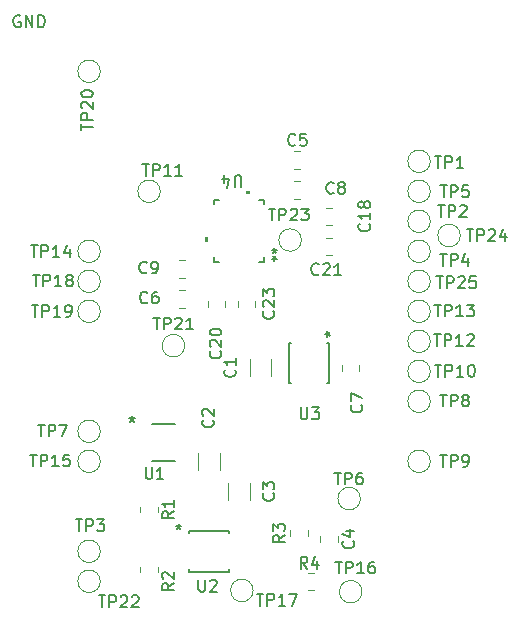
<source format=gbr>
%TF.GenerationSoftware,KiCad,Pcbnew,7.0.9-7.0.9~ubuntu22.04.1*%
%TF.CreationDate,2023-12-17T20:48:01-06:00*%
%TF.ProjectId,ultrasonic_microphone,756c7472-6173-46f6-9e69-635f6d696372,rev?*%
%TF.SameCoordinates,Original*%
%TF.FileFunction,Legend,Top*%
%TF.FilePolarity,Positive*%
%FSLAX46Y46*%
G04 Gerber Fmt 4.6, Leading zero omitted, Abs format (unit mm)*
G04 Created by KiCad (PCBNEW 7.0.9-7.0.9~ubuntu22.04.1) date 2023-12-17 20:48:01*
%MOMM*%
%LPD*%
G01*
G04 APERTURE LIST*
%ADD10C,0.150000*%
%ADD11C,0.120000*%
%ADD12C,0.152400*%
G04 APERTURE END LIST*
D10*
X124537542Y-65470078D02*
X125108970Y-65470078D01*
X124823256Y-66470078D02*
X124823256Y-65470078D01*
X125442304Y-66470078D02*
X125442304Y-65470078D01*
X125442304Y-65470078D02*
X125823256Y-65470078D01*
X125823256Y-65470078D02*
X125918494Y-65517697D01*
X125918494Y-65517697D02*
X125966113Y-65565316D01*
X125966113Y-65565316D02*
X126013732Y-65660554D01*
X126013732Y-65660554D02*
X126013732Y-65803411D01*
X126013732Y-65803411D02*
X125966113Y-65898649D01*
X125966113Y-65898649D02*
X125918494Y-65946268D01*
X125918494Y-65946268D02*
X125823256Y-65993887D01*
X125823256Y-65993887D02*
X125442304Y-65993887D01*
X126966113Y-66470078D02*
X126394685Y-66470078D01*
X126680399Y-66470078D02*
X126680399Y-65470078D01*
X126680399Y-65470078D02*
X126585161Y-65612935D01*
X126585161Y-65612935D02*
X126489923Y-65708173D01*
X126489923Y-65708173D02*
X126394685Y-65755792D01*
X127870875Y-65470078D02*
X127394685Y-65470078D01*
X127394685Y-65470078D02*
X127347066Y-65946268D01*
X127347066Y-65946268D02*
X127394685Y-65898649D01*
X127394685Y-65898649D02*
X127489923Y-65851030D01*
X127489923Y-65851030D02*
X127728018Y-65851030D01*
X127728018Y-65851030D02*
X127823256Y-65898649D01*
X127823256Y-65898649D02*
X127870875Y-65946268D01*
X127870875Y-65946268D02*
X127918494Y-66041506D01*
X127918494Y-66041506D02*
X127918494Y-66279601D01*
X127918494Y-66279601D02*
X127870875Y-66374839D01*
X127870875Y-66374839D02*
X127823256Y-66422459D01*
X127823256Y-66422459D02*
X127728018Y-66470078D01*
X127728018Y-66470078D02*
X127489923Y-66470078D01*
X127489923Y-66470078D02*
X127394685Y-66422459D01*
X127394685Y-66422459D02*
X127347066Y-66374839D01*
X130359193Y-77396420D02*
X130930621Y-77396420D01*
X130644907Y-78396420D02*
X130644907Y-77396420D01*
X131263955Y-78396420D02*
X131263955Y-77396420D01*
X131263955Y-77396420D02*
X131644907Y-77396420D01*
X131644907Y-77396420D02*
X131740145Y-77444039D01*
X131740145Y-77444039D02*
X131787764Y-77491658D01*
X131787764Y-77491658D02*
X131835383Y-77586896D01*
X131835383Y-77586896D02*
X131835383Y-77729753D01*
X131835383Y-77729753D02*
X131787764Y-77824991D01*
X131787764Y-77824991D02*
X131740145Y-77872610D01*
X131740145Y-77872610D02*
X131644907Y-77920229D01*
X131644907Y-77920229D02*
X131263955Y-77920229D01*
X132216336Y-77491658D02*
X132263955Y-77444039D01*
X132263955Y-77444039D02*
X132359193Y-77396420D01*
X132359193Y-77396420D02*
X132597288Y-77396420D01*
X132597288Y-77396420D02*
X132692526Y-77444039D01*
X132692526Y-77444039D02*
X132740145Y-77491658D01*
X132740145Y-77491658D02*
X132787764Y-77586896D01*
X132787764Y-77586896D02*
X132787764Y-77682134D01*
X132787764Y-77682134D02*
X132740145Y-77824991D01*
X132740145Y-77824991D02*
X132168717Y-78396420D01*
X132168717Y-78396420D02*
X132787764Y-78396420D01*
X133168717Y-77491658D02*
X133216336Y-77444039D01*
X133216336Y-77444039D02*
X133311574Y-77396420D01*
X133311574Y-77396420D02*
X133549669Y-77396420D01*
X133549669Y-77396420D02*
X133644907Y-77444039D01*
X133644907Y-77444039D02*
X133692526Y-77491658D01*
X133692526Y-77491658D02*
X133740145Y-77586896D01*
X133740145Y-77586896D02*
X133740145Y-77682134D01*
X133740145Y-77682134D02*
X133692526Y-77824991D01*
X133692526Y-77824991D02*
X133121098Y-78396420D01*
X133121098Y-78396420D02*
X133740145Y-78396420D01*
X128410368Y-70959108D02*
X128981796Y-70959108D01*
X128696082Y-71959108D02*
X128696082Y-70959108D01*
X129315130Y-71959108D02*
X129315130Y-70959108D01*
X129315130Y-70959108D02*
X129696082Y-70959108D01*
X129696082Y-70959108D02*
X129791320Y-71006727D01*
X129791320Y-71006727D02*
X129838939Y-71054346D01*
X129838939Y-71054346D02*
X129886558Y-71149584D01*
X129886558Y-71149584D02*
X129886558Y-71292441D01*
X129886558Y-71292441D02*
X129838939Y-71387679D01*
X129838939Y-71387679D02*
X129791320Y-71435298D01*
X129791320Y-71435298D02*
X129696082Y-71482917D01*
X129696082Y-71482917D02*
X129315130Y-71482917D01*
X130219892Y-70959108D02*
X130838939Y-70959108D01*
X130838939Y-70959108D02*
X130505606Y-71340060D01*
X130505606Y-71340060D02*
X130648463Y-71340060D01*
X130648463Y-71340060D02*
X130743701Y-71387679D01*
X130743701Y-71387679D02*
X130791320Y-71435298D01*
X130791320Y-71435298D02*
X130838939Y-71530536D01*
X130838939Y-71530536D02*
X130838939Y-71768631D01*
X130838939Y-71768631D02*
X130791320Y-71863869D01*
X130791320Y-71863869D02*
X130743701Y-71911489D01*
X130743701Y-71911489D02*
X130648463Y-71959108D01*
X130648463Y-71959108D02*
X130362749Y-71959108D01*
X130362749Y-71959108D02*
X130267511Y-71911489D01*
X130267511Y-71911489D02*
X130219892Y-71863869D01*
X124777604Y-50233179D02*
X125349032Y-50233179D01*
X125063318Y-51233179D02*
X125063318Y-50233179D01*
X125682366Y-51233179D02*
X125682366Y-50233179D01*
X125682366Y-50233179D02*
X126063318Y-50233179D01*
X126063318Y-50233179D02*
X126158556Y-50280798D01*
X126158556Y-50280798D02*
X126206175Y-50328417D01*
X126206175Y-50328417D02*
X126253794Y-50423655D01*
X126253794Y-50423655D02*
X126253794Y-50566512D01*
X126253794Y-50566512D02*
X126206175Y-50661750D01*
X126206175Y-50661750D02*
X126158556Y-50709369D01*
X126158556Y-50709369D02*
X126063318Y-50756988D01*
X126063318Y-50756988D02*
X125682366Y-50756988D01*
X127206175Y-51233179D02*
X126634747Y-51233179D01*
X126920461Y-51233179D02*
X126920461Y-50233179D01*
X126920461Y-50233179D02*
X126825223Y-50376036D01*
X126825223Y-50376036D02*
X126729985Y-50471274D01*
X126729985Y-50471274D02*
X126634747Y-50518893D01*
X127777604Y-50661750D02*
X127682366Y-50614131D01*
X127682366Y-50614131D02*
X127634747Y-50566512D01*
X127634747Y-50566512D02*
X127587128Y-50471274D01*
X127587128Y-50471274D02*
X127587128Y-50423655D01*
X127587128Y-50423655D02*
X127634747Y-50328417D01*
X127634747Y-50328417D02*
X127682366Y-50280798D01*
X127682366Y-50280798D02*
X127777604Y-50233179D01*
X127777604Y-50233179D02*
X127968080Y-50233179D01*
X127968080Y-50233179D02*
X128063318Y-50280798D01*
X128063318Y-50280798D02*
X128110937Y-50328417D01*
X128110937Y-50328417D02*
X128158556Y-50423655D01*
X128158556Y-50423655D02*
X128158556Y-50471274D01*
X128158556Y-50471274D02*
X128110937Y-50566512D01*
X128110937Y-50566512D02*
X128063318Y-50614131D01*
X128063318Y-50614131D02*
X127968080Y-50661750D01*
X127968080Y-50661750D02*
X127777604Y-50661750D01*
X127777604Y-50661750D02*
X127682366Y-50709369D01*
X127682366Y-50709369D02*
X127634747Y-50756988D01*
X127634747Y-50756988D02*
X127587128Y-50852226D01*
X127587128Y-50852226D02*
X127587128Y-51042702D01*
X127587128Y-51042702D02*
X127634747Y-51137940D01*
X127634747Y-51137940D02*
X127682366Y-51185560D01*
X127682366Y-51185560D02*
X127777604Y-51233179D01*
X127777604Y-51233179D02*
X127968080Y-51233179D01*
X127968080Y-51233179D02*
X128063318Y-51185560D01*
X128063318Y-51185560D02*
X128110937Y-51137940D01*
X128110937Y-51137940D02*
X128158556Y-51042702D01*
X128158556Y-51042702D02*
X128158556Y-50852226D01*
X128158556Y-50852226D02*
X128110937Y-50756988D01*
X128110937Y-50756988D02*
X128063318Y-50709369D01*
X128063318Y-50709369D02*
X127968080Y-50661750D01*
X124608099Y-47739034D02*
X125179527Y-47739034D01*
X124893813Y-48739034D02*
X124893813Y-47739034D01*
X125512861Y-48739034D02*
X125512861Y-47739034D01*
X125512861Y-47739034D02*
X125893813Y-47739034D01*
X125893813Y-47739034D02*
X125989051Y-47786653D01*
X125989051Y-47786653D02*
X126036670Y-47834272D01*
X126036670Y-47834272D02*
X126084289Y-47929510D01*
X126084289Y-47929510D02*
X126084289Y-48072367D01*
X126084289Y-48072367D02*
X126036670Y-48167605D01*
X126036670Y-48167605D02*
X125989051Y-48215224D01*
X125989051Y-48215224D02*
X125893813Y-48262843D01*
X125893813Y-48262843D02*
X125512861Y-48262843D01*
X127036670Y-48739034D02*
X126465242Y-48739034D01*
X126750956Y-48739034D02*
X126750956Y-47739034D01*
X126750956Y-47739034D02*
X126655718Y-47881891D01*
X126655718Y-47881891D02*
X126560480Y-47977129D01*
X126560480Y-47977129D02*
X126465242Y-48024748D01*
X127893813Y-48072367D02*
X127893813Y-48739034D01*
X127655718Y-47691415D02*
X127417623Y-48405700D01*
X127417623Y-48405700D02*
X128036670Y-48405700D01*
X134976506Y-53868598D02*
X135547934Y-53868598D01*
X135262220Y-54868598D02*
X135262220Y-53868598D01*
X135881268Y-54868598D02*
X135881268Y-53868598D01*
X135881268Y-53868598D02*
X136262220Y-53868598D01*
X136262220Y-53868598D02*
X136357458Y-53916217D01*
X136357458Y-53916217D02*
X136405077Y-53963836D01*
X136405077Y-53963836D02*
X136452696Y-54059074D01*
X136452696Y-54059074D02*
X136452696Y-54201931D01*
X136452696Y-54201931D02*
X136405077Y-54297169D01*
X136405077Y-54297169D02*
X136357458Y-54344788D01*
X136357458Y-54344788D02*
X136262220Y-54392407D01*
X136262220Y-54392407D02*
X135881268Y-54392407D01*
X136833649Y-53963836D02*
X136881268Y-53916217D01*
X136881268Y-53916217D02*
X136976506Y-53868598D01*
X136976506Y-53868598D02*
X137214601Y-53868598D01*
X137214601Y-53868598D02*
X137309839Y-53916217D01*
X137309839Y-53916217D02*
X137357458Y-53963836D01*
X137357458Y-53963836D02*
X137405077Y-54059074D01*
X137405077Y-54059074D02*
X137405077Y-54154312D01*
X137405077Y-54154312D02*
X137357458Y-54297169D01*
X137357458Y-54297169D02*
X136786030Y-54868598D01*
X136786030Y-54868598D02*
X137405077Y-54868598D01*
X138357458Y-54868598D02*
X137786030Y-54868598D01*
X138071744Y-54868598D02*
X138071744Y-53868598D01*
X138071744Y-53868598D02*
X137976506Y-54011455D01*
X137976506Y-54011455D02*
X137881268Y-54106693D01*
X137881268Y-54106693D02*
X137786030Y-54154312D01*
X158935075Y-50376504D02*
X159506503Y-50376504D01*
X159220789Y-51376504D02*
X159220789Y-50376504D01*
X159839837Y-51376504D02*
X159839837Y-50376504D01*
X159839837Y-50376504D02*
X160220789Y-50376504D01*
X160220789Y-50376504D02*
X160316027Y-50424123D01*
X160316027Y-50424123D02*
X160363646Y-50471742D01*
X160363646Y-50471742D02*
X160411265Y-50566980D01*
X160411265Y-50566980D02*
X160411265Y-50709837D01*
X160411265Y-50709837D02*
X160363646Y-50805075D01*
X160363646Y-50805075D02*
X160316027Y-50852694D01*
X160316027Y-50852694D02*
X160220789Y-50900313D01*
X160220789Y-50900313D02*
X159839837Y-50900313D01*
X160792218Y-50471742D02*
X160839837Y-50424123D01*
X160839837Y-50424123D02*
X160935075Y-50376504D01*
X160935075Y-50376504D02*
X161173170Y-50376504D01*
X161173170Y-50376504D02*
X161268408Y-50424123D01*
X161268408Y-50424123D02*
X161316027Y-50471742D01*
X161316027Y-50471742D02*
X161363646Y-50566980D01*
X161363646Y-50566980D02*
X161363646Y-50662218D01*
X161363646Y-50662218D02*
X161316027Y-50805075D01*
X161316027Y-50805075D02*
X160744599Y-51376504D01*
X160744599Y-51376504D02*
X161363646Y-51376504D01*
X162268408Y-50376504D02*
X161792218Y-50376504D01*
X161792218Y-50376504D02*
X161744599Y-50852694D01*
X161744599Y-50852694D02*
X161792218Y-50805075D01*
X161792218Y-50805075D02*
X161887456Y-50757456D01*
X161887456Y-50757456D02*
X162125551Y-50757456D01*
X162125551Y-50757456D02*
X162220789Y-50805075D01*
X162220789Y-50805075D02*
X162268408Y-50852694D01*
X162268408Y-50852694D02*
X162316027Y-50947932D01*
X162316027Y-50947932D02*
X162316027Y-51186027D01*
X162316027Y-51186027D02*
X162268408Y-51281265D01*
X162268408Y-51281265D02*
X162220789Y-51328885D01*
X162220789Y-51328885D02*
X162125551Y-51376504D01*
X162125551Y-51376504D02*
X161887456Y-51376504D01*
X161887456Y-51376504D02*
X161792218Y-51328885D01*
X161792218Y-51328885D02*
X161744599Y-51281265D01*
X161513948Y-46395086D02*
X162085376Y-46395086D01*
X161799662Y-47395086D02*
X161799662Y-46395086D01*
X162418710Y-47395086D02*
X162418710Y-46395086D01*
X162418710Y-46395086D02*
X162799662Y-46395086D01*
X162799662Y-46395086D02*
X162894900Y-46442705D01*
X162894900Y-46442705D02*
X162942519Y-46490324D01*
X162942519Y-46490324D02*
X162990138Y-46585562D01*
X162990138Y-46585562D02*
X162990138Y-46728419D01*
X162990138Y-46728419D02*
X162942519Y-46823657D01*
X162942519Y-46823657D02*
X162894900Y-46871276D01*
X162894900Y-46871276D02*
X162799662Y-46918895D01*
X162799662Y-46918895D02*
X162418710Y-46918895D01*
X163371091Y-46490324D02*
X163418710Y-46442705D01*
X163418710Y-46442705D02*
X163513948Y-46395086D01*
X163513948Y-46395086D02*
X163752043Y-46395086D01*
X163752043Y-46395086D02*
X163847281Y-46442705D01*
X163847281Y-46442705D02*
X163894900Y-46490324D01*
X163894900Y-46490324D02*
X163942519Y-46585562D01*
X163942519Y-46585562D02*
X163942519Y-46680800D01*
X163942519Y-46680800D02*
X163894900Y-46823657D01*
X163894900Y-46823657D02*
X163323472Y-47395086D01*
X163323472Y-47395086D02*
X163942519Y-47395086D01*
X164799662Y-46728419D02*
X164799662Y-47395086D01*
X164561567Y-46347467D02*
X164323472Y-47061752D01*
X164323472Y-47061752D02*
X164942519Y-47061752D01*
X125215050Y-62936394D02*
X125786478Y-62936394D01*
X125500764Y-63936394D02*
X125500764Y-62936394D01*
X126119812Y-63936394D02*
X126119812Y-62936394D01*
X126119812Y-62936394D02*
X126500764Y-62936394D01*
X126500764Y-62936394D02*
X126596002Y-62984013D01*
X126596002Y-62984013D02*
X126643621Y-63031632D01*
X126643621Y-63031632D02*
X126691240Y-63126870D01*
X126691240Y-63126870D02*
X126691240Y-63269727D01*
X126691240Y-63269727D02*
X126643621Y-63364965D01*
X126643621Y-63364965D02*
X126596002Y-63412584D01*
X126596002Y-63412584D02*
X126500764Y-63460203D01*
X126500764Y-63460203D02*
X126119812Y-63460203D01*
X127024574Y-62936394D02*
X127691240Y-62936394D01*
X127691240Y-62936394D02*
X127262669Y-63936394D01*
X124680744Y-52799970D02*
X125252172Y-52799970D01*
X124966458Y-53799970D02*
X124966458Y-52799970D01*
X125585506Y-53799970D02*
X125585506Y-52799970D01*
X125585506Y-52799970D02*
X125966458Y-52799970D01*
X125966458Y-52799970D02*
X126061696Y-52847589D01*
X126061696Y-52847589D02*
X126109315Y-52895208D01*
X126109315Y-52895208D02*
X126156934Y-52990446D01*
X126156934Y-52990446D02*
X126156934Y-53133303D01*
X126156934Y-53133303D02*
X126109315Y-53228541D01*
X126109315Y-53228541D02*
X126061696Y-53276160D01*
X126061696Y-53276160D02*
X125966458Y-53323779D01*
X125966458Y-53323779D02*
X125585506Y-53323779D01*
X127109315Y-53799970D02*
X126537887Y-53799970D01*
X126823601Y-53799970D02*
X126823601Y-52799970D01*
X126823601Y-52799970D02*
X126728363Y-52942827D01*
X126728363Y-52942827D02*
X126633125Y-53038065D01*
X126633125Y-53038065D02*
X126537887Y-53085684D01*
X127585506Y-53799970D02*
X127775982Y-53799970D01*
X127775982Y-53799970D02*
X127871220Y-53752351D01*
X127871220Y-53752351D02*
X127918839Y-53704731D01*
X127918839Y-53704731D02*
X128014077Y-53561874D01*
X128014077Y-53561874D02*
X128061696Y-53371398D01*
X128061696Y-53371398D02*
X128061696Y-52990446D01*
X128061696Y-52990446D02*
X128014077Y-52895208D01*
X128014077Y-52895208D02*
X127966458Y-52847589D01*
X127966458Y-52847589D02*
X127871220Y-52799970D01*
X127871220Y-52799970D02*
X127680744Y-52799970D01*
X127680744Y-52799970D02*
X127585506Y-52847589D01*
X127585506Y-52847589D02*
X127537887Y-52895208D01*
X127537887Y-52895208D02*
X127490268Y-52990446D01*
X127490268Y-52990446D02*
X127490268Y-53228541D01*
X127490268Y-53228541D02*
X127537887Y-53323779D01*
X127537887Y-53323779D02*
X127585506Y-53371398D01*
X127585506Y-53371398D02*
X127680744Y-53419017D01*
X127680744Y-53419017D02*
X127871220Y-53419017D01*
X127871220Y-53419017D02*
X127966458Y-53371398D01*
X127966458Y-53371398D02*
X128014077Y-53323779D01*
X128014077Y-53323779D02*
X128061696Y-53228541D01*
X134042150Y-40865237D02*
X134613578Y-40865237D01*
X134327864Y-41865237D02*
X134327864Y-40865237D01*
X134946912Y-41865237D02*
X134946912Y-40865237D01*
X134946912Y-40865237D02*
X135327864Y-40865237D01*
X135327864Y-40865237D02*
X135423102Y-40912856D01*
X135423102Y-40912856D02*
X135470721Y-40960475D01*
X135470721Y-40960475D02*
X135518340Y-41055713D01*
X135518340Y-41055713D02*
X135518340Y-41198570D01*
X135518340Y-41198570D02*
X135470721Y-41293808D01*
X135470721Y-41293808D02*
X135423102Y-41341427D01*
X135423102Y-41341427D02*
X135327864Y-41389046D01*
X135327864Y-41389046D02*
X134946912Y-41389046D01*
X136470721Y-41865237D02*
X135899293Y-41865237D01*
X136185007Y-41865237D02*
X136185007Y-40865237D01*
X136185007Y-40865237D02*
X136089769Y-41008094D01*
X136089769Y-41008094D02*
X135994531Y-41103332D01*
X135994531Y-41103332D02*
X135899293Y-41150951D01*
X137423102Y-41865237D02*
X136851674Y-41865237D01*
X137137388Y-41865237D02*
X137137388Y-40865237D01*
X137137388Y-40865237D02*
X137042150Y-41008094D01*
X137042150Y-41008094D02*
X136946912Y-41103332D01*
X136946912Y-41103332D02*
X136851674Y-41150951D01*
X128863906Y-38018113D02*
X128863906Y-37446685D01*
X129863906Y-37732399D02*
X128863906Y-37732399D01*
X129863906Y-37113351D02*
X128863906Y-37113351D01*
X128863906Y-37113351D02*
X128863906Y-36732399D01*
X128863906Y-36732399D02*
X128911525Y-36637161D01*
X128911525Y-36637161D02*
X128959144Y-36589542D01*
X128959144Y-36589542D02*
X129054382Y-36541923D01*
X129054382Y-36541923D02*
X129197239Y-36541923D01*
X129197239Y-36541923D02*
X129292477Y-36589542D01*
X129292477Y-36589542D02*
X129340096Y-36637161D01*
X129340096Y-36637161D02*
X129387715Y-36732399D01*
X129387715Y-36732399D02*
X129387715Y-37113351D01*
X128959144Y-36160970D02*
X128911525Y-36113351D01*
X128911525Y-36113351D02*
X128863906Y-36018113D01*
X128863906Y-36018113D02*
X128863906Y-35780018D01*
X128863906Y-35780018D02*
X128911525Y-35684780D01*
X128911525Y-35684780D02*
X128959144Y-35637161D01*
X128959144Y-35637161D02*
X129054382Y-35589542D01*
X129054382Y-35589542D02*
X129149620Y-35589542D01*
X129149620Y-35589542D02*
X129292477Y-35637161D01*
X129292477Y-35637161D02*
X129863906Y-36208589D01*
X129863906Y-36208589D02*
X129863906Y-35589542D01*
X128863906Y-34970494D02*
X128863906Y-34875256D01*
X128863906Y-34875256D02*
X128911525Y-34780018D01*
X128911525Y-34780018D02*
X128959144Y-34732399D01*
X128959144Y-34732399D02*
X129054382Y-34684780D01*
X129054382Y-34684780D02*
X129244858Y-34637161D01*
X129244858Y-34637161D02*
X129482953Y-34637161D01*
X129482953Y-34637161D02*
X129673429Y-34684780D01*
X129673429Y-34684780D02*
X129768667Y-34732399D01*
X129768667Y-34732399D02*
X129816287Y-34780018D01*
X129816287Y-34780018D02*
X129863906Y-34875256D01*
X129863906Y-34875256D02*
X129863906Y-34970494D01*
X129863906Y-34970494D02*
X129816287Y-35065732D01*
X129816287Y-35065732D02*
X129768667Y-35113351D01*
X129768667Y-35113351D02*
X129673429Y-35160970D01*
X129673429Y-35160970D02*
X129482953Y-35208589D01*
X129482953Y-35208589D02*
X129244858Y-35208589D01*
X129244858Y-35208589D02*
X129054382Y-35160970D01*
X129054382Y-35160970D02*
X128959144Y-35113351D01*
X128959144Y-35113351D02*
X128911525Y-35065732D01*
X128911525Y-35065732D02*
X128863906Y-34970494D01*
X159262574Y-65490095D02*
X159834002Y-65490095D01*
X159548288Y-66490095D02*
X159548288Y-65490095D01*
X160167336Y-66490095D02*
X160167336Y-65490095D01*
X160167336Y-65490095D02*
X160548288Y-65490095D01*
X160548288Y-65490095D02*
X160643526Y-65537714D01*
X160643526Y-65537714D02*
X160691145Y-65585333D01*
X160691145Y-65585333D02*
X160738764Y-65680571D01*
X160738764Y-65680571D02*
X160738764Y-65823428D01*
X160738764Y-65823428D02*
X160691145Y-65918666D01*
X160691145Y-65918666D02*
X160643526Y-65966285D01*
X160643526Y-65966285D02*
X160548288Y-66013904D01*
X160548288Y-66013904D02*
X160167336Y-66013904D01*
X161214955Y-66490095D02*
X161405431Y-66490095D01*
X161405431Y-66490095D02*
X161500669Y-66442476D01*
X161500669Y-66442476D02*
X161548288Y-66394856D01*
X161548288Y-66394856D02*
X161643526Y-66251999D01*
X161643526Y-66251999D02*
X161691145Y-66061523D01*
X161691145Y-66061523D02*
X161691145Y-65680571D01*
X161691145Y-65680571D02*
X161643526Y-65585333D01*
X161643526Y-65585333D02*
X161595907Y-65537714D01*
X161595907Y-65537714D02*
X161500669Y-65490095D01*
X161500669Y-65490095D02*
X161310193Y-65490095D01*
X161310193Y-65490095D02*
X161214955Y-65537714D01*
X161214955Y-65537714D02*
X161167336Y-65585333D01*
X161167336Y-65585333D02*
X161119717Y-65680571D01*
X161119717Y-65680571D02*
X161119717Y-65918666D01*
X161119717Y-65918666D02*
X161167336Y-66013904D01*
X161167336Y-66013904D02*
X161214955Y-66061523D01*
X161214955Y-66061523D02*
X161310193Y-66109142D01*
X161310193Y-66109142D02*
X161500669Y-66109142D01*
X161500669Y-66109142D02*
X161595907Y-66061523D01*
X161595907Y-66061523D02*
X161643526Y-66013904D01*
X161643526Y-66013904D02*
X161691145Y-65918666D01*
X159262574Y-60384764D02*
X159834002Y-60384764D01*
X159548288Y-61384764D02*
X159548288Y-60384764D01*
X160167336Y-61384764D02*
X160167336Y-60384764D01*
X160167336Y-60384764D02*
X160548288Y-60384764D01*
X160548288Y-60384764D02*
X160643526Y-60432383D01*
X160643526Y-60432383D02*
X160691145Y-60480002D01*
X160691145Y-60480002D02*
X160738764Y-60575240D01*
X160738764Y-60575240D02*
X160738764Y-60718097D01*
X160738764Y-60718097D02*
X160691145Y-60813335D01*
X160691145Y-60813335D02*
X160643526Y-60860954D01*
X160643526Y-60860954D02*
X160548288Y-60908573D01*
X160548288Y-60908573D02*
X160167336Y-60908573D01*
X161310193Y-60813335D02*
X161214955Y-60765716D01*
X161214955Y-60765716D02*
X161167336Y-60718097D01*
X161167336Y-60718097D02*
X161119717Y-60622859D01*
X161119717Y-60622859D02*
X161119717Y-60575240D01*
X161119717Y-60575240D02*
X161167336Y-60480002D01*
X161167336Y-60480002D02*
X161214955Y-60432383D01*
X161214955Y-60432383D02*
X161310193Y-60384764D01*
X161310193Y-60384764D02*
X161500669Y-60384764D01*
X161500669Y-60384764D02*
X161595907Y-60432383D01*
X161595907Y-60432383D02*
X161643526Y-60480002D01*
X161643526Y-60480002D02*
X161691145Y-60575240D01*
X161691145Y-60575240D02*
X161691145Y-60622859D01*
X161691145Y-60622859D02*
X161643526Y-60718097D01*
X161643526Y-60718097D02*
X161595907Y-60765716D01*
X161595907Y-60765716D02*
X161500669Y-60813335D01*
X161500669Y-60813335D02*
X161310193Y-60813335D01*
X161310193Y-60813335D02*
X161214955Y-60860954D01*
X161214955Y-60860954D02*
X161167336Y-60908573D01*
X161167336Y-60908573D02*
X161119717Y-61003811D01*
X161119717Y-61003811D02*
X161119717Y-61194287D01*
X161119717Y-61194287D02*
X161167336Y-61289525D01*
X161167336Y-61289525D02*
X161214955Y-61337145D01*
X161214955Y-61337145D02*
X161310193Y-61384764D01*
X161310193Y-61384764D02*
X161500669Y-61384764D01*
X161500669Y-61384764D02*
X161595907Y-61337145D01*
X161595907Y-61337145D02*
X161643526Y-61289525D01*
X161643526Y-61289525D02*
X161691145Y-61194287D01*
X161691145Y-61194287D02*
X161691145Y-61003811D01*
X161691145Y-61003811D02*
X161643526Y-60908573D01*
X161643526Y-60908573D02*
X161595907Y-60860954D01*
X161595907Y-60860954D02*
X161500669Y-60813335D01*
X158806563Y-57874819D02*
X159377991Y-57874819D01*
X159092277Y-58874819D02*
X159092277Y-57874819D01*
X159711325Y-58874819D02*
X159711325Y-57874819D01*
X159711325Y-57874819D02*
X160092277Y-57874819D01*
X160092277Y-57874819D02*
X160187515Y-57922438D01*
X160187515Y-57922438D02*
X160235134Y-57970057D01*
X160235134Y-57970057D02*
X160282753Y-58065295D01*
X160282753Y-58065295D02*
X160282753Y-58208152D01*
X160282753Y-58208152D02*
X160235134Y-58303390D01*
X160235134Y-58303390D02*
X160187515Y-58351009D01*
X160187515Y-58351009D02*
X160092277Y-58398628D01*
X160092277Y-58398628D02*
X159711325Y-58398628D01*
X161235134Y-58874819D02*
X160663706Y-58874819D01*
X160949420Y-58874819D02*
X160949420Y-57874819D01*
X160949420Y-57874819D02*
X160854182Y-58017676D01*
X160854182Y-58017676D02*
X160758944Y-58112914D01*
X160758944Y-58112914D02*
X160663706Y-58160533D01*
X161854182Y-57874819D02*
X161949420Y-57874819D01*
X161949420Y-57874819D02*
X162044658Y-57922438D01*
X162044658Y-57922438D02*
X162092277Y-57970057D01*
X162092277Y-57970057D02*
X162139896Y-58065295D01*
X162139896Y-58065295D02*
X162187515Y-58255771D01*
X162187515Y-58255771D02*
X162187515Y-58493866D01*
X162187515Y-58493866D02*
X162139896Y-58684342D01*
X162139896Y-58684342D02*
X162092277Y-58779580D01*
X162092277Y-58779580D02*
X162044658Y-58827200D01*
X162044658Y-58827200D02*
X161949420Y-58874819D01*
X161949420Y-58874819D02*
X161854182Y-58874819D01*
X161854182Y-58874819D02*
X161758944Y-58827200D01*
X161758944Y-58827200D02*
X161711325Y-58779580D01*
X161711325Y-58779580D02*
X161663706Y-58684342D01*
X161663706Y-58684342D02*
X161616087Y-58493866D01*
X161616087Y-58493866D02*
X161616087Y-58255771D01*
X161616087Y-58255771D02*
X161663706Y-58065295D01*
X161663706Y-58065295D02*
X161711325Y-57970057D01*
X161711325Y-57970057D02*
X161758944Y-57922438D01*
X161758944Y-57922438D02*
X161854182Y-57874819D01*
X158746025Y-55279433D02*
X159317453Y-55279433D01*
X159031739Y-56279433D02*
X159031739Y-55279433D01*
X159650787Y-56279433D02*
X159650787Y-55279433D01*
X159650787Y-55279433D02*
X160031739Y-55279433D01*
X160031739Y-55279433D02*
X160126977Y-55327052D01*
X160126977Y-55327052D02*
X160174596Y-55374671D01*
X160174596Y-55374671D02*
X160222215Y-55469909D01*
X160222215Y-55469909D02*
X160222215Y-55612766D01*
X160222215Y-55612766D02*
X160174596Y-55708004D01*
X160174596Y-55708004D02*
X160126977Y-55755623D01*
X160126977Y-55755623D02*
X160031739Y-55803242D01*
X160031739Y-55803242D02*
X159650787Y-55803242D01*
X161174596Y-56279433D02*
X160603168Y-56279433D01*
X160888882Y-56279433D02*
X160888882Y-55279433D01*
X160888882Y-55279433D02*
X160793644Y-55422290D01*
X160793644Y-55422290D02*
X160698406Y-55517528D01*
X160698406Y-55517528D02*
X160603168Y-55565147D01*
X161555549Y-55374671D02*
X161603168Y-55327052D01*
X161603168Y-55327052D02*
X161698406Y-55279433D01*
X161698406Y-55279433D02*
X161936501Y-55279433D01*
X161936501Y-55279433D02*
X162031739Y-55327052D01*
X162031739Y-55327052D02*
X162079358Y-55374671D01*
X162079358Y-55374671D02*
X162126977Y-55469909D01*
X162126977Y-55469909D02*
X162126977Y-55565147D01*
X162126977Y-55565147D02*
X162079358Y-55708004D01*
X162079358Y-55708004D02*
X161507930Y-56279433D01*
X161507930Y-56279433D02*
X162126977Y-56279433D01*
X158766205Y-52777215D02*
X159337633Y-52777215D01*
X159051919Y-53777215D02*
X159051919Y-52777215D01*
X159670967Y-53777215D02*
X159670967Y-52777215D01*
X159670967Y-52777215D02*
X160051919Y-52777215D01*
X160051919Y-52777215D02*
X160147157Y-52824834D01*
X160147157Y-52824834D02*
X160194776Y-52872453D01*
X160194776Y-52872453D02*
X160242395Y-52967691D01*
X160242395Y-52967691D02*
X160242395Y-53110548D01*
X160242395Y-53110548D02*
X160194776Y-53205786D01*
X160194776Y-53205786D02*
X160147157Y-53253405D01*
X160147157Y-53253405D02*
X160051919Y-53301024D01*
X160051919Y-53301024D02*
X159670967Y-53301024D01*
X161194776Y-53777215D02*
X160623348Y-53777215D01*
X160909062Y-53777215D02*
X160909062Y-52777215D01*
X160909062Y-52777215D02*
X160813824Y-52920072D01*
X160813824Y-52920072D02*
X160718586Y-53015310D01*
X160718586Y-53015310D02*
X160623348Y-53062929D01*
X161528110Y-52777215D02*
X162147157Y-52777215D01*
X162147157Y-52777215D02*
X161813824Y-53158167D01*
X161813824Y-53158167D02*
X161956681Y-53158167D01*
X161956681Y-53158167D02*
X162051919Y-53205786D01*
X162051919Y-53205786D02*
X162099538Y-53253405D01*
X162099538Y-53253405D02*
X162147157Y-53348643D01*
X162147157Y-53348643D02*
X162147157Y-53586738D01*
X162147157Y-53586738D02*
X162099538Y-53681976D01*
X162099538Y-53681976D02*
X162051919Y-53729596D01*
X162051919Y-53729596D02*
X161956681Y-53777215D01*
X161956681Y-53777215D02*
X161670967Y-53777215D01*
X161670967Y-53777215D02*
X161575729Y-53729596D01*
X161575729Y-53729596D02*
X161528110Y-53681976D01*
X159263361Y-48470750D02*
X159834789Y-48470750D01*
X159549075Y-49470750D02*
X159549075Y-48470750D01*
X160168123Y-49470750D02*
X160168123Y-48470750D01*
X160168123Y-48470750D02*
X160549075Y-48470750D01*
X160549075Y-48470750D02*
X160644313Y-48518369D01*
X160644313Y-48518369D02*
X160691932Y-48565988D01*
X160691932Y-48565988D02*
X160739551Y-48661226D01*
X160739551Y-48661226D02*
X160739551Y-48804083D01*
X160739551Y-48804083D02*
X160691932Y-48899321D01*
X160691932Y-48899321D02*
X160644313Y-48946940D01*
X160644313Y-48946940D02*
X160549075Y-48994559D01*
X160549075Y-48994559D02*
X160168123Y-48994559D01*
X161596694Y-48804083D02*
X161596694Y-49470750D01*
X161358599Y-48423131D02*
X161120504Y-49137416D01*
X161120504Y-49137416D02*
X161739551Y-49137416D01*
X159078385Y-44350836D02*
X159649813Y-44350836D01*
X159364099Y-45350836D02*
X159364099Y-44350836D01*
X159983147Y-45350836D02*
X159983147Y-44350836D01*
X159983147Y-44350836D02*
X160364099Y-44350836D01*
X160364099Y-44350836D02*
X160459337Y-44398455D01*
X160459337Y-44398455D02*
X160506956Y-44446074D01*
X160506956Y-44446074D02*
X160554575Y-44541312D01*
X160554575Y-44541312D02*
X160554575Y-44684169D01*
X160554575Y-44684169D02*
X160506956Y-44779407D01*
X160506956Y-44779407D02*
X160459337Y-44827026D01*
X160459337Y-44827026D02*
X160364099Y-44874645D01*
X160364099Y-44874645D02*
X159983147Y-44874645D01*
X160935528Y-44446074D02*
X160983147Y-44398455D01*
X160983147Y-44398455D02*
X161078385Y-44350836D01*
X161078385Y-44350836D02*
X161316480Y-44350836D01*
X161316480Y-44350836D02*
X161411718Y-44398455D01*
X161411718Y-44398455D02*
X161459337Y-44446074D01*
X161459337Y-44446074D02*
X161506956Y-44541312D01*
X161506956Y-44541312D02*
X161506956Y-44636550D01*
X161506956Y-44636550D02*
X161459337Y-44779407D01*
X161459337Y-44779407D02*
X160887909Y-45350836D01*
X160887909Y-45350836D02*
X161506956Y-45350836D01*
X159267221Y-42677637D02*
X159838649Y-42677637D01*
X159552935Y-43677637D02*
X159552935Y-42677637D01*
X160171983Y-43677637D02*
X160171983Y-42677637D01*
X160171983Y-42677637D02*
X160552935Y-42677637D01*
X160552935Y-42677637D02*
X160648173Y-42725256D01*
X160648173Y-42725256D02*
X160695792Y-42772875D01*
X160695792Y-42772875D02*
X160743411Y-42868113D01*
X160743411Y-42868113D02*
X160743411Y-43010970D01*
X160743411Y-43010970D02*
X160695792Y-43106208D01*
X160695792Y-43106208D02*
X160648173Y-43153827D01*
X160648173Y-43153827D02*
X160552935Y-43201446D01*
X160552935Y-43201446D02*
X160171983Y-43201446D01*
X161648173Y-42677637D02*
X161171983Y-42677637D01*
X161171983Y-42677637D02*
X161124364Y-43153827D01*
X161124364Y-43153827D02*
X161171983Y-43106208D01*
X161171983Y-43106208D02*
X161267221Y-43058589D01*
X161267221Y-43058589D02*
X161505316Y-43058589D01*
X161505316Y-43058589D02*
X161600554Y-43106208D01*
X161600554Y-43106208D02*
X161648173Y-43153827D01*
X161648173Y-43153827D02*
X161695792Y-43249065D01*
X161695792Y-43249065D02*
X161695792Y-43487160D01*
X161695792Y-43487160D02*
X161648173Y-43582398D01*
X161648173Y-43582398D02*
X161600554Y-43630018D01*
X161600554Y-43630018D02*
X161505316Y-43677637D01*
X161505316Y-43677637D02*
X161267221Y-43677637D01*
X161267221Y-43677637D02*
X161171983Y-43630018D01*
X161171983Y-43630018D02*
X161124364Y-43582398D01*
X158806942Y-40208868D02*
X159378370Y-40208868D01*
X159092656Y-41208868D02*
X159092656Y-40208868D01*
X159711704Y-41208868D02*
X159711704Y-40208868D01*
X159711704Y-40208868D02*
X160092656Y-40208868D01*
X160092656Y-40208868D02*
X160187894Y-40256487D01*
X160187894Y-40256487D02*
X160235513Y-40304106D01*
X160235513Y-40304106D02*
X160283132Y-40399344D01*
X160283132Y-40399344D02*
X160283132Y-40542201D01*
X160283132Y-40542201D02*
X160235513Y-40637439D01*
X160235513Y-40637439D02*
X160187894Y-40685058D01*
X160187894Y-40685058D02*
X160092656Y-40732677D01*
X160092656Y-40732677D02*
X159711704Y-40732677D01*
X161235513Y-41208868D02*
X160664085Y-41208868D01*
X160949799Y-41208868D02*
X160949799Y-40208868D01*
X160949799Y-40208868D02*
X160854561Y-40351725D01*
X160854561Y-40351725D02*
X160759323Y-40446963D01*
X160759323Y-40446963D02*
X160664085Y-40494582D01*
X144743054Y-44637309D02*
X145314482Y-44637309D01*
X145028768Y-45637309D02*
X145028768Y-44637309D01*
X145647816Y-45637309D02*
X145647816Y-44637309D01*
X145647816Y-44637309D02*
X146028768Y-44637309D01*
X146028768Y-44637309D02*
X146124006Y-44684928D01*
X146124006Y-44684928D02*
X146171625Y-44732547D01*
X146171625Y-44732547D02*
X146219244Y-44827785D01*
X146219244Y-44827785D02*
X146219244Y-44970642D01*
X146219244Y-44970642D02*
X146171625Y-45065880D01*
X146171625Y-45065880D02*
X146124006Y-45113499D01*
X146124006Y-45113499D02*
X146028768Y-45161118D01*
X146028768Y-45161118D02*
X145647816Y-45161118D01*
X146600197Y-44732547D02*
X146647816Y-44684928D01*
X146647816Y-44684928D02*
X146743054Y-44637309D01*
X146743054Y-44637309D02*
X146981149Y-44637309D01*
X146981149Y-44637309D02*
X147076387Y-44684928D01*
X147076387Y-44684928D02*
X147124006Y-44732547D01*
X147124006Y-44732547D02*
X147171625Y-44827785D01*
X147171625Y-44827785D02*
X147171625Y-44923023D01*
X147171625Y-44923023D02*
X147124006Y-45065880D01*
X147124006Y-45065880D02*
X146552578Y-45637309D01*
X146552578Y-45637309D02*
X147171625Y-45637309D01*
X147504959Y-44637309D02*
X148124006Y-44637309D01*
X148124006Y-44637309D02*
X147790673Y-45018261D01*
X147790673Y-45018261D02*
X147933530Y-45018261D01*
X147933530Y-45018261D02*
X148028768Y-45065880D01*
X148028768Y-45065880D02*
X148076387Y-45113499D01*
X148076387Y-45113499D02*
X148124006Y-45208737D01*
X148124006Y-45208737D02*
X148124006Y-45446832D01*
X148124006Y-45446832D02*
X148076387Y-45542070D01*
X148076387Y-45542070D02*
X148028768Y-45589690D01*
X148028768Y-45589690D02*
X147933530Y-45637309D01*
X147933530Y-45637309D02*
X147647816Y-45637309D01*
X147647816Y-45637309D02*
X147552578Y-45589690D01*
X147552578Y-45589690D02*
X147504959Y-45542070D01*
X150302746Y-67001529D02*
X150874174Y-67001529D01*
X150588460Y-68001529D02*
X150588460Y-67001529D01*
X151207508Y-68001529D02*
X151207508Y-67001529D01*
X151207508Y-67001529D02*
X151588460Y-67001529D01*
X151588460Y-67001529D02*
X151683698Y-67049148D01*
X151683698Y-67049148D02*
X151731317Y-67096767D01*
X151731317Y-67096767D02*
X151778936Y-67192005D01*
X151778936Y-67192005D02*
X151778936Y-67334862D01*
X151778936Y-67334862D02*
X151731317Y-67430100D01*
X151731317Y-67430100D02*
X151683698Y-67477719D01*
X151683698Y-67477719D02*
X151588460Y-67525338D01*
X151588460Y-67525338D02*
X151207508Y-67525338D01*
X152636079Y-67001529D02*
X152445603Y-67001529D01*
X152445603Y-67001529D02*
X152350365Y-67049148D01*
X152350365Y-67049148D02*
X152302746Y-67096767D01*
X152302746Y-67096767D02*
X152207508Y-67239624D01*
X152207508Y-67239624D02*
X152159889Y-67430100D01*
X152159889Y-67430100D02*
X152159889Y-67811052D01*
X152159889Y-67811052D02*
X152207508Y-67906290D01*
X152207508Y-67906290D02*
X152255127Y-67953910D01*
X152255127Y-67953910D02*
X152350365Y-68001529D01*
X152350365Y-68001529D02*
X152540841Y-68001529D01*
X152540841Y-68001529D02*
X152636079Y-67953910D01*
X152636079Y-67953910D02*
X152683698Y-67906290D01*
X152683698Y-67906290D02*
X152731317Y-67811052D01*
X152731317Y-67811052D02*
X152731317Y-67572957D01*
X152731317Y-67572957D02*
X152683698Y-67477719D01*
X152683698Y-67477719D02*
X152636079Y-67430100D01*
X152636079Y-67430100D02*
X152540841Y-67382481D01*
X152540841Y-67382481D02*
X152350365Y-67382481D01*
X152350365Y-67382481D02*
X152255127Y-67430100D01*
X152255127Y-67430100D02*
X152207508Y-67477719D01*
X152207508Y-67477719D02*
X152159889Y-67572957D01*
X143740105Y-77247588D02*
X144311533Y-77247588D01*
X144025819Y-78247588D02*
X144025819Y-77247588D01*
X144644867Y-78247588D02*
X144644867Y-77247588D01*
X144644867Y-77247588D02*
X145025819Y-77247588D01*
X145025819Y-77247588D02*
X145121057Y-77295207D01*
X145121057Y-77295207D02*
X145168676Y-77342826D01*
X145168676Y-77342826D02*
X145216295Y-77438064D01*
X145216295Y-77438064D02*
X145216295Y-77580921D01*
X145216295Y-77580921D02*
X145168676Y-77676159D01*
X145168676Y-77676159D02*
X145121057Y-77723778D01*
X145121057Y-77723778D02*
X145025819Y-77771397D01*
X145025819Y-77771397D02*
X144644867Y-77771397D01*
X146168676Y-78247588D02*
X145597248Y-78247588D01*
X145882962Y-78247588D02*
X145882962Y-77247588D01*
X145882962Y-77247588D02*
X145787724Y-77390445D01*
X145787724Y-77390445D02*
X145692486Y-77485683D01*
X145692486Y-77485683D02*
X145597248Y-77533302D01*
X146502010Y-77247588D02*
X147168676Y-77247588D01*
X147168676Y-77247588D02*
X146740105Y-78247588D01*
X150384074Y-74536474D02*
X150955502Y-74536474D01*
X150669788Y-75536474D02*
X150669788Y-74536474D01*
X151288836Y-75536474D02*
X151288836Y-74536474D01*
X151288836Y-74536474D02*
X151669788Y-74536474D01*
X151669788Y-74536474D02*
X151765026Y-74584093D01*
X151765026Y-74584093D02*
X151812645Y-74631712D01*
X151812645Y-74631712D02*
X151860264Y-74726950D01*
X151860264Y-74726950D02*
X151860264Y-74869807D01*
X151860264Y-74869807D02*
X151812645Y-74965045D01*
X151812645Y-74965045D02*
X151765026Y-75012664D01*
X151765026Y-75012664D02*
X151669788Y-75060283D01*
X151669788Y-75060283D02*
X151288836Y-75060283D01*
X152812645Y-75536474D02*
X152241217Y-75536474D01*
X152526931Y-75536474D02*
X152526931Y-74536474D01*
X152526931Y-74536474D02*
X152431693Y-74679331D01*
X152431693Y-74679331D02*
X152336455Y-74774569D01*
X152336455Y-74774569D02*
X152241217Y-74822188D01*
X153669788Y-74536474D02*
X153479312Y-74536474D01*
X153479312Y-74536474D02*
X153384074Y-74584093D01*
X153384074Y-74584093D02*
X153336455Y-74631712D01*
X153336455Y-74631712D02*
X153241217Y-74774569D01*
X153241217Y-74774569D02*
X153193598Y-74965045D01*
X153193598Y-74965045D02*
X153193598Y-75345997D01*
X153193598Y-75345997D02*
X153241217Y-75441235D01*
X153241217Y-75441235D02*
X153288836Y-75488855D01*
X153288836Y-75488855D02*
X153384074Y-75536474D01*
X153384074Y-75536474D02*
X153574550Y-75536474D01*
X153574550Y-75536474D02*
X153669788Y-75488855D01*
X153669788Y-75488855D02*
X153717407Y-75441235D01*
X153717407Y-75441235D02*
X153765026Y-75345997D01*
X153765026Y-75345997D02*
X153765026Y-75107902D01*
X153765026Y-75107902D02*
X153717407Y-75012664D01*
X153717407Y-75012664D02*
X153669788Y-74965045D01*
X153669788Y-74965045D02*
X153574550Y-74917426D01*
X153574550Y-74917426D02*
X153384074Y-74917426D01*
X153384074Y-74917426D02*
X153288836Y-74965045D01*
X153288836Y-74965045D02*
X153241217Y-75012664D01*
X153241217Y-75012664D02*
X153193598Y-75107902D01*
X123698095Y-28322438D02*
X123602857Y-28274819D01*
X123602857Y-28274819D02*
X123460000Y-28274819D01*
X123460000Y-28274819D02*
X123317143Y-28322438D01*
X123317143Y-28322438D02*
X123221905Y-28417676D01*
X123221905Y-28417676D02*
X123174286Y-28512914D01*
X123174286Y-28512914D02*
X123126667Y-28703390D01*
X123126667Y-28703390D02*
X123126667Y-28846247D01*
X123126667Y-28846247D02*
X123174286Y-29036723D01*
X123174286Y-29036723D02*
X123221905Y-29131961D01*
X123221905Y-29131961D02*
X123317143Y-29227200D01*
X123317143Y-29227200D02*
X123460000Y-29274819D01*
X123460000Y-29274819D02*
X123555238Y-29274819D01*
X123555238Y-29274819D02*
X123698095Y-29227200D01*
X123698095Y-29227200D02*
X123745714Y-29179580D01*
X123745714Y-29179580D02*
X123745714Y-28846247D01*
X123745714Y-28846247D02*
X123555238Y-28846247D01*
X124174286Y-29274819D02*
X124174286Y-28274819D01*
X124174286Y-28274819D02*
X124745714Y-29274819D01*
X124745714Y-29274819D02*
X124745714Y-28274819D01*
X125221905Y-29274819D02*
X125221905Y-28274819D01*
X125221905Y-28274819D02*
X125460000Y-28274819D01*
X125460000Y-28274819D02*
X125602857Y-28322438D01*
X125602857Y-28322438D02*
X125698095Y-28417676D01*
X125698095Y-28417676D02*
X125745714Y-28512914D01*
X125745714Y-28512914D02*
X125793333Y-28703390D01*
X125793333Y-28703390D02*
X125793333Y-28846247D01*
X125793333Y-28846247D02*
X125745714Y-29036723D01*
X125745714Y-29036723D02*
X125698095Y-29131961D01*
X125698095Y-29131961D02*
X125602857Y-29227200D01*
X125602857Y-29227200D02*
X125460000Y-29274819D01*
X125460000Y-29274819D02*
X125221905Y-29274819D01*
X142431047Y-42833492D02*
X142431047Y-42023969D01*
X142431047Y-42023969D02*
X142383428Y-41928731D01*
X142383428Y-41928731D02*
X142335809Y-41881112D01*
X142335809Y-41881112D02*
X142240571Y-41833492D01*
X142240571Y-41833492D02*
X142050095Y-41833492D01*
X142050095Y-41833492D02*
X141954857Y-41881112D01*
X141954857Y-41881112D02*
X141907238Y-41928731D01*
X141907238Y-41928731D02*
X141859619Y-42023969D01*
X141859619Y-42023969D02*
X141859619Y-42833492D01*
X140954857Y-42500159D02*
X140954857Y-41833492D01*
X141192952Y-42881112D02*
X141431047Y-42166826D01*
X141431047Y-42166826D02*
X140812000Y-42166826D01*
X145229800Y-47964820D02*
X145229800Y-48202915D01*
X144991705Y-48107677D02*
X145229800Y-48202915D01*
X145229800Y-48202915D02*
X145467895Y-48107677D01*
X145086943Y-48393391D02*
X145229800Y-48202915D01*
X145229800Y-48202915D02*
X145372657Y-48393391D01*
X145229799Y-49055181D02*
X145229799Y-48817086D01*
X145467894Y-48912324D02*
X145229799Y-48817086D01*
X145229799Y-48817086D02*
X144991704Y-48912324D01*
X145372656Y-48626610D02*
X145229799Y-48817086D01*
X145229799Y-48817086D02*
X145086942Y-48626610D01*
X140657227Y-56702665D02*
X140704847Y-56750284D01*
X140704847Y-56750284D02*
X140752466Y-56893141D01*
X140752466Y-56893141D02*
X140752466Y-56988379D01*
X140752466Y-56988379D02*
X140704847Y-57131236D01*
X140704847Y-57131236D02*
X140609608Y-57226474D01*
X140609608Y-57226474D02*
X140514370Y-57274093D01*
X140514370Y-57274093D02*
X140323894Y-57321712D01*
X140323894Y-57321712D02*
X140181037Y-57321712D01*
X140181037Y-57321712D02*
X139990561Y-57274093D01*
X139990561Y-57274093D02*
X139895323Y-57226474D01*
X139895323Y-57226474D02*
X139800085Y-57131236D01*
X139800085Y-57131236D02*
X139752466Y-56988379D01*
X139752466Y-56988379D02*
X139752466Y-56893141D01*
X139752466Y-56893141D02*
X139800085Y-56750284D01*
X139800085Y-56750284D02*
X139847704Y-56702665D01*
X139847704Y-56321712D02*
X139800085Y-56274093D01*
X139800085Y-56274093D02*
X139752466Y-56178855D01*
X139752466Y-56178855D02*
X139752466Y-55940760D01*
X139752466Y-55940760D02*
X139800085Y-55845522D01*
X139800085Y-55845522D02*
X139847704Y-55797903D01*
X139847704Y-55797903D02*
X139942942Y-55750284D01*
X139942942Y-55750284D02*
X140038180Y-55750284D01*
X140038180Y-55750284D02*
X140181037Y-55797903D01*
X140181037Y-55797903D02*
X140752466Y-56369331D01*
X140752466Y-56369331D02*
X140752466Y-55750284D01*
X139752466Y-55131236D02*
X139752466Y-55035998D01*
X139752466Y-55035998D02*
X139800085Y-54940760D01*
X139800085Y-54940760D02*
X139847704Y-54893141D01*
X139847704Y-54893141D02*
X139942942Y-54845522D01*
X139942942Y-54845522D02*
X140133418Y-54797903D01*
X140133418Y-54797903D02*
X140371513Y-54797903D01*
X140371513Y-54797903D02*
X140561989Y-54845522D01*
X140561989Y-54845522D02*
X140657227Y-54893141D01*
X140657227Y-54893141D02*
X140704847Y-54940760D01*
X140704847Y-54940760D02*
X140752466Y-55035998D01*
X140752466Y-55035998D02*
X140752466Y-55131236D01*
X140752466Y-55131236D02*
X140704847Y-55226474D01*
X140704847Y-55226474D02*
X140657227Y-55274093D01*
X140657227Y-55274093D02*
X140561989Y-55321712D01*
X140561989Y-55321712D02*
X140371513Y-55369331D01*
X140371513Y-55369331D02*
X140133418Y-55369331D01*
X140133418Y-55369331D02*
X139942942Y-55321712D01*
X139942942Y-55321712D02*
X139847704Y-55274093D01*
X139847704Y-55274093D02*
X139800085Y-55226474D01*
X139800085Y-55226474D02*
X139752466Y-55131236D01*
X153256738Y-45929956D02*
X153304358Y-45977575D01*
X153304358Y-45977575D02*
X153351977Y-46120432D01*
X153351977Y-46120432D02*
X153351977Y-46215670D01*
X153351977Y-46215670D02*
X153304358Y-46358527D01*
X153304358Y-46358527D02*
X153209119Y-46453765D01*
X153209119Y-46453765D02*
X153113881Y-46501384D01*
X153113881Y-46501384D02*
X152923405Y-46549003D01*
X152923405Y-46549003D02*
X152780548Y-46549003D01*
X152780548Y-46549003D02*
X152590072Y-46501384D01*
X152590072Y-46501384D02*
X152494834Y-46453765D01*
X152494834Y-46453765D02*
X152399596Y-46358527D01*
X152399596Y-46358527D02*
X152351977Y-46215670D01*
X152351977Y-46215670D02*
X152351977Y-46120432D01*
X152351977Y-46120432D02*
X152399596Y-45977575D01*
X152399596Y-45977575D02*
X152447215Y-45929956D01*
X153351977Y-44977575D02*
X153351977Y-45549003D01*
X153351977Y-45263289D02*
X152351977Y-45263289D01*
X152351977Y-45263289D02*
X152494834Y-45358527D01*
X152494834Y-45358527D02*
X152590072Y-45453765D01*
X152590072Y-45453765D02*
X152637691Y-45549003D01*
X152780548Y-44406146D02*
X152732929Y-44501384D01*
X152732929Y-44501384D02*
X152685310Y-44549003D01*
X152685310Y-44549003D02*
X152590072Y-44596622D01*
X152590072Y-44596622D02*
X152542453Y-44596622D01*
X152542453Y-44596622D02*
X152447215Y-44549003D01*
X152447215Y-44549003D02*
X152399596Y-44501384D01*
X152399596Y-44501384D02*
X152351977Y-44406146D01*
X152351977Y-44406146D02*
X152351977Y-44215670D01*
X152351977Y-44215670D02*
X152399596Y-44120432D01*
X152399596Y-44120432D02*
X152447215Y-44072813D01*
X152447215Y-44072813D02*
X152542453Y-44025194D01*
X152542453Y-44025194D02*
X152590072Y-44025194D01*
X152590072Y-44025194D02*
X152685310Y-44072813D01*
X152685310Y-44072813D02*
X152732929Y-44120432D01*
X152732929Y-44120432D02*
X152780548Y-44215670D01*
X152780548Y-44215670D02*
X152780548Y-44406146D01*
X152780548Y-44406146D02*
X152828167Y-44501384D01*
X152828167Y-44501384D02*
X152875786Y-44549003D01*
X152875786Y-44549003D02*
X152971024Y-44596622D01*
X152971024Y-44596622D02*
X153161500Y-44596622D01*
X153161500Y-44596622D02*
X153256738Y-44549003D01*
X153256738Y-44549003D02*
X153304358Y-44501384D01*
X153304358Y-44501384D02*
X153351977Y-44406146D01*
X153351977Y-44406146D02*
X153351977Y-44215670D01*
X153351977Y-44215670D02*
X153304358Y-44120432D01*
X153304358Y-44120432D02*
X153256738Y-44072813D01*
X153256738Y-44072813D02*
X153161500Y-44025194D01*
X153161500Y-44025194D02*
X152971024Y-44025194D01*
X152971024Y-44025194D02*
X152875786Y-44072813D01*
X152875786Y-44072813D02*
X152828167Y-44120432D01*
X152828167Y-44120432D02*
X152780548Y-44215670D01*
X147454050Y-61471519D02*
X147454050Y-62281042D01*
X147454050Y-62281042D02*
X147501669Y-62376280D01*
X147501669Y-62376280D02*
X147549288Y-62423900D01*
X147549288Y-62423900D02*
X147644526Y-62471519D01*
X147644526Y-62471519D02*
X147835002Y-62471519D01*
X147835002Y-62471519D02*
X147930240Y-62423900D01*
X147930240Y-62423900D02*
X147977859Y-62376280D01*
X147977859Y-62376280D02*
X148025478Y-62281042D01*
X148025478Y-62281042D02*
X148025478Y-61471519D01*
X148406431Y-61471519D02*
X149025478Y-61471519D01*
X149025478Y-61471519D02*
X148692145Y-61852471D01*
X148692145Y-61852471D02*
X148835002Y-61852471D01*
X148835002Y-61852471D02*
X148930240Y-61900090D01*
X148930240Y-61900090D02*
X148977859Y-61947709D01*
X148977859Y-61947709D02*
X149025478Y-62042947D01*
X149025478Y-62042947D02*
X149025478Y-62281042D01*
X149025478Y-62281042D02*
X148977859Y-62376280D01*
X148977859Y-62376280D02*
X148930240Y-62423900D01*
X148930240Y-62423900D02*
X148835002Y-62471519D01*
X148835002Y-62471519D02*
X148549288Y-62471519D01*
X148549288Y-62471519D02*
X148454050Y-62423900D01*
X148454050Y-62423900D02*
X148406431Y-62376280D01*
X149524034Y-55254717D02*
X149762129Y-55254717D01*
X149666891Y-55492812D02*
X149762129Y-55254717D01*
X149762129Y-55254717D02*
X149666891Y-55016622D01*
X149952605Y-55397574D02*
X149762129Y-55254717D01*
X149762129Y-55254717D02*
X149952605Y-55111860D01*
X134478628Y-52574323D02*
X134431009Y-52621943D01*
X134431009Y-52621943D02*
X134288152Y-52669562D01*
X134288152Y-52669562D02*
X134192914Y-52669562D01*
X134192914Y-52669562D02*
X134050057Y-52621943D01*
X134050057Y-52621943D02*
X133954819Y-52526704D01*
X133954819Y-52526704D02*
X133907200Y-52431466D01*
X133907200Y-52431466D02*
X133859581Y-52240990D01*
X133859581Y-52240990D02*
X133859581Y-52098133D01*
X133859581Y-52098133D02*
X133907200Y-51907657D01*
X133907200Y-51907657D02*
X133954819Y-51812419D01*
X133954819Y-51812419D02*
X134050057Y-51717181D01*
X134050057Y-51717181D02*
X134192914Y-51669562D01*
X134192914Y-51669562D02*
X134288152Y-51669562D01*
X134288152Y-51669562D02*
X134431009Y-51717181D01*
X134431009Y-51717181D02*
X134478628Y-51764800D01*
X135335771Y-51669562D02*
X135145295Y-51669562D01*
X135145295Y-51669562D02*
X135050057Y-51717181D01*
X135050057Y-51717181D02*
X135002438Y-51764800D01*
X135002438Y-51764800D02*
X134907200Y-51907657D01*
X134907200Y-51907657D02*
X134859581Y-52098133D01*
X134859581Y-52098133D02*
X134859581Y-52479085D01*
X134859581Y-52479085D02*
X134907200Y-52574323D01*
X134907200Y-52574323D02*
X134954819Y-52621943D01*
X134954819Y-52621943D02*
X135050057Y-52669562D01*
X135050057Y-52669562D02*
X135240533Y-52669562D01*
X135240533Y-52669562D02*
X135335771Y-52621943D01*
X135335771Y-52621943D02*
X135383390Y-52574323D01*
X135383390Y-52574323D02*
X135431009Y-52479085D01*
X135431009Y-52479085D02*
X135431009Y-52240990D01*
X135431009Y-52240990D02*
X135383390Y-52145752D01*
X135383390Y-52145752D02*
X135335771Y-52098133D01*
X135335771Y-52098133D02*
X135240533Y-52050514D01*
X135240533Y-52050514D02*
X135050057Y-52050514D01*
X135050057Y-52050514D02*
X134954819Y-52098133D01*
X134954819Y-52098133D02*
X134907200Y-52145752D01*
X134907200Y-52145752D02*
X134859581Y-52240990D01*
X145139580Y-68746666D02*
X145187200Y-68794285D01*
X145187200Y-68794285D02*
X145234819Y-68937142D01*
X145234819Y-68937142D02*
X145234819Y-69032380D01*
X145234819Y-69032380D02*
X145187200Y-69175237D01*
X145187200Y-69175237D02*
X145091961Y-69270475D01*
X145091961Y-69270475D02*
X144996723Y-69318094D01*
X144996723Y-69318094D02*
X144806247Y-69365713D01*
X144806247Y-69365713D02*
X144663390Y-69365713D01*
X144663390Y-69365713D02*
X144472914Y-69318094D01*
X144472914Y-69318094D02*
X144377676Y-69270475D01*
X144377676Y-69270475D02*
X144282438Y-69175237D01*
X144282438Y-69175237D02*
X144234819Y-69032380D01*
X144234819Y-69032380D02*
X144234819Y-68937142D01*
X144234819Y-68937142D02*
X144282438Y-68794285D01*
X144282438Y-68794285D02*
X144330057Y-68746666D01*
X144234819Y-68413332D02*
X144234819Y-67794285D01*
X144234819Y-67794285D02*
X144615771Y-68127618D01*
X144615771Y-68127618D02*
X144615771Y-67984761D01*
X144615771Y-67984761D02*
X144663390Y-67889523D01*
X144663390Y-67889523D02*
X144711009Y-67841904D01*
X144711009Y-67841904D02*
X144806247Y-67794285D01*
X144806247Y-67794285D02*
X145044342Y-67794285D01*
X145044342Y-67794285D02*
X145139580Y-67841904D01*
X145139580Y-67841904D02*
X145187200Y-67889523D01*
X145187200Y-67889523D02*
X145234819Y-67984761D01*
X145234819Y-67984761D02*
X145234819Y-68270475D01*
X145234819Y-68270475D02*
X145187200Y-68365713D01*
X145187200Y-68365713D02*
X145139580Y-68413332D01*
X136724819Y-70286666D02*
X136248628Y-70619999D01*
X136724819Y-70858094D02*
X135724819Y-70858094D01*
X135724819Y-70858094D02*
X135724819Y-70477142D01*
X135724819Y-70477142D02*
X135772438Y-70381904D01*
X135772438Y-70381904D02*
X135820057Y-70334285D01*
X135820057Y-70334285D02*
X135915295Y-70286666D01*
X135915295Y-70286666D02*
X136058152Y-70286666D01*
X136058152Y-70286666D02*
X136153390Y-70334285D01*
X136153390Y-70334285D02*
X136201009Y-70381904D01*
X136201009Y-70381904D02*
X136248628Y-70477142D01*
X136248628Y-70477142D02*
X136248628Y-70858094D01*
X136724819Y-69334285D02*
X136724819Y-69905713D01*
X136724819Y-69619999D02*
X135724819Y-69619999D01*
X135724819Y-69619999D02*
X135867676Y-69715237D01*
X135867676Y-69715237D02*
X135962914Y-69810475D01*
X135962914Y-69810475D02*
X136010533Y-69905713D01*
X147015162Y-39221826D02*
X146967543Y-39269446D01*
X146967543Y-39269446D02*
X146824686Y-39317065D01*
X146824686Y-39317065D02*
X146729448Y-39317065D01*
X146729448Y-39317065D02*
X146586591Y-39269446D01*
X146586591Y-39269446D02*
X146491353Y-39174207D01*
X146491353Y-39174207D02*
X146443734Y-39078969D01*
X146443734Y-39078969D02*
X146396115Y-38888493D01*
X146396115Y-38888493D02*
X146396115Y-38745636D01*
X146396115Y-38745636D02*
X146443734Y-38555160D01*
X146443734Y-38555160D02*
X146491353Y-38459922D01*
X146491353Y-38459922D02*
X146586591Y-38364684D01*
X146586591Y-38364684D02*
X146729448Y-38317065D01*
X146729448Y-38317065D02*
X146824686Y-38317065D01*
X146824686Y-38317065D02*
X146967543Y-38364684D01*
X146967543Y-38364684D02*
X147015162Y-38412303D01*
X147919924Y-38317065D02*
X147443734Y-38317065D01*
X147443734Y-38317065D02*
X147396115Y-38793255D01*
X147396115Y-38793255D02*
X147443734Y-38745636D01*
X147443734Y-38745636D02*
X147538972Y-38698017D01*
X147538972Y-38698017D02*
X147777067Y-38698017D01*
X147777067Y-38698017D02*
X147872305Y-38745636D01*
X147872305Y-38745636D02*
X147919924Y-38793255D01*
X147919924Y-38793255D02*
X147967543Y-38888493D01*
X147967543Y-38888493D02*
X147967543Y-39126588D01*
X147967543Y-39126588D02*
X147919924Y-39221826D01*
X147919924Y-39221826D02*
X147872305Y-39269446D01*
X147872305Y-39269446D02*
X147777067Y-39317065D01*
X147777067Y-39317065D02*
X147538972Y-39317065D01*
X147538972Y-39317065D02*
X147443734Y-39269446D01*
X147443734Y-39269446D02*
X147396115Y-39221826D01*
X136724819Y-76366666D02*
X136248628Y-76699999D01*
X136724819Y-76938094D02*
X135724819Y-76938094D01*
X135724819Y-76938094D02*
X135724819Y-76557142D01*
X135724819Y-76557142D02*
X135772438Y-76461904D01*
X135772438Y-76461904D02*
X135820057Y-76414285D01*
X135820057Y-76414285D02*
X135915295Y-76366666D01*
X135915295Y-76366666D02*
X136058152Y-76366666D01*
X136058152Y-76366666D02*
X136153390Y-76414285D01*
X136153390Y-76414285D02*
X136201009Y-76461904D01*
X136201009Y-76461904D02*
X136248628Y-76557142D01*
X136248628Y-76557142D02*
X136248628Y-76938094D01*
X135820057Y-75985713D02*
X135772438Y-75938094D01*
X135772438Y-75938094D02*
X135724819Y-75842856D01*
X135724819Y-75842856D02*
X135724819Y-75604761D01*
X135724819Y-75604761D02*
X135772438Y-75509523D01*
X135772438Y-75509523D02*
X135820057Y-75461904D01*
X135820057Y-75461904D02*
X135915295Y-75414285D01*
X135915295Y-75414285D02*
X136010533Y-75414285D01*
X136010533Y-75414285D02*
X136153390Y-75461904D01*
X136153390Y-75461904D02*
X136724819Y-76033332D01*
X136724819Y-76033332D02*
X136724819Y-75414285D01*
X152595226Y-61287411D02*
X152642846Y-61335030D01*
X152642846Y-61335030D02*
X152690465Y-61477887D01*
X152690465Y-61477887D02*
X152690465Y-61573125D01*
X152690465Y-61573125D02*
X152642846Y-61715982D01*
X152642846Y-61715982D02*
X152547607Y-61811220D01*
X152547607Y-61811220D02*
X152452369Y-61858839D01*
X152452369Y-61858839D02*
X152261893Y-61906458D01*
X152261893Y-61906458D02*
X152119036Y-61906458D01*
X152119036Y-61906458D02*
X151928560Y-61858839D01*
X151928560Y-61858839D02*
X151833322Y-61811220D01*
X151833322Y-61811220D02*
X151738084Y-61715982D01*
X151738084Y-61715982D02*
X151690465Y-61573125D01*
X151690465Y-61573125D02*
X151690465Y-61477887D01*
X151690465Y-61477887D02*
X151738084Y-61335030D01*
X151738084Y-61335030D02*
X151785703Y-61287411D01*
X151690465Y-60954077D02*
X151690465Y-60287411D01*
X151690465Y-60287411D02*
X152690465Y-60715982D01*
X145139580Y-53339269D02*
X145187200Y-53386888D01*
X145187200Y-53386888D02*
X145234819Y-53529745D01*
X145234819Y-53529745D02*
X145234819Y-53624983D01*
X145234819Y-53624983D02*
X145187200Y-53767840D01*
X145187200Y-53767840D02*
X145091961Y-53863078D01*
X145091961Y-53863078D02*
X144996723Y-53910697D01*
X144996723Y-53910697D02*
X144806247Y-53958316D01*
X144806247Y-53958316D02*
X144663390Y-53958316D01*
X144663390Y-53958316D02*
X144472914Y-53910697D01*
X144472914Y-53910697D02*
X144377676Y-53863078D01*
X144377676Y-53863078D02*
X144282438Y-53767840D01*
X144282438Y-53767840D02*
X144234819Y-53624983D01*
X144234819Y-53624983D02*
X144234819Y-53529745D01*
X144234819Y-53529745D02*
X144282438Y-53386888D01*
X144282438Y-53386888D02*
X144330057Y-53339269D01*
X144330057Y-52958316D02*
X144282438Y-52910697D01*
X144282438Y-52910697D02*
X144234819Y-52815459D01*
X144234819Y-52815459D02*
X144234819Y-52577364D01*
X144234819Y-52577364D02*
X144282438Y-52482126D01*
X144282438Y-52482126D02*
X144330057Y-52434507D01*
X144330057Y-52434507D02*
X144425295Y-52386888D01*
X144425295Y-52386888D02*
X144520533Y-52386888D01*
X144520533Y-52386888D02*
X144663390Y-52434507D01*
X144663390Y-52434507D02*
X145234819Y-53005935D01*
X145234819Y-53005935D02*
X145234819Y-52386888D01*
X144234819Y-52053554D02*
X144234819Y-51434507D01*
X144234819Y-51434507D02*
X144615771Y-51767840D01*
X144615771Y-51767840D02*
X144615771Y-51624983D01*
X144615771Y-51624983D02*
X144663390Y-51529745D01*
X144663390Y-51529745D02*
X144711009Y-51482126D01*
X144711009Y-51482126D02*
X144806247Y-51434507D01*
X144806247Y-51434507D02*
X145044342Y-51434507D01*
X145044342Y-51434507D02*
X145139580Y-51482126D01*
X145139580Y-51482126D02*
X145187200Y-51529745D01*
X145187200Y-51529745D02*
X145234819Y-51624983D01*
X145234819Y-51624983D02*
X145234819Y-51910697D01*
X145234819Y-51910697D02*
X145187200Y-52005935D01*
X145187200Y-52005935D02*
X145139580Y-52053554D01*
X150254748Y-43310415D02*
X150207129Y-43358035D01*
X150207129Y-43358035D02*
X150064272Y-43405654D01*
X150064272Y-43405654D02*
X149969034Y-43405654D01*
X149969034Y-43405654D02*
X149826177Y-43358035D01*
X149826177Y-43358035D02*
X149730939Y-43262796D01*
X149730939Y-43262796D02*
X149683320Y-43167558D01*
X149683320Y-43167558D02*
X149635701Y-42977082D01*
X149635701Y-42977082D02*
X149635701Y-42834225D01*
X149635701Y-42834225D02*
X149683320Y-42643749D01*
X149683320Y-42643749D02*
X149730939Y-42548511D01*
X149730939Y-42548511D02*
X149826177Y-42453273D01*
X149826177Y-42453273D02*
X149969034Y-42405654D01*
X149969034Y-42405654D02*
X150064272Y-42405654D01*
X150064272Y-42405654D02*
X150207129Y-42453273D01*
X150207129Y-42453273D02*
X150254748Y-42500892D01*
X150826177Y-42834225D02*
X150730939Y-42786606D01*
X150730939Y-42786606D02*
X150683320Y-42738987D01*
X150683320Y-42738987D02*
X150635701Y-42643749D01*
X150635701Y-42643749D02*
X150635701Y-42596130D01*
X150635701Y-42596130D02*
X150683320Y-42500892D01*
X150683320Y-42500892D02*
X150730939Y-42453273D01*
X150730939Y-42453273D02*
X150826177Y-42405654D01*
X150826177Y-42405654D02*
X151016653Y-42405654D01*
X151016653Y-42405654D02*
X151111891Y-42453273D01*
X151111891Y-42453273D02*
X151159510Y-42500892D01*
X151159510Y-42500892D02*
X151207129Y-42596130D01*
X151207129Y-42596130D02*
X151207129Y-42643749D01*
X151207129Y-42643749D02*
X151159510Y-42738987D01*
X151159510Y-42738987D02*
X151111891Y-42786606D01*
X151111891Y-42786606D02*
X151016653Y-42834225D01*
X151016653Y-42834225D02*
X150826177Y-42834225D01*
X150826177Y-42834225D02*
X150730939Y-42881844D01*
X150730939Y-42881844D02*
X150683320Y-42929463D01*
X150683320Y-42929463D02*
X150635701Y-43024701D01*
X150635701Y-43024701D02*
X150635701Y-43215177D01*
X150635701Y-43215177D02*
X150683320Y-43310415D01*
X150683320Y-43310415D02*
X150730939Y-43358035D01*
X150730939Y-43358035D02*
X150826177Y-43405654D01*
X150826177Y-43405654D02*
X151016653Y-43405654D01*
X151016653Y-43405654D02*
X151111891Y-43358035D01*
X151111891Y-43358035D02*
X151159510Y-43310415D01*
X151159510Y-43310415D02*
X151207129Y-43215177D01*
X151207129Y-43215177D02*
X151207129Y-43024701D01*
X151207129Y-43024701D02*
X151159510Y-42929463D01*
X151159510Y-42929463D02*
X151111891Y-42881844D01*
X151111891Y-42881844D02*
X151016653Y-42834225D01*
X148017060Y-75127505D02*
X147683727Y-74651314D01*
X147445632Y-75127505D02*
X147445632Y-74127505D01*
X147445632Y-74127505D02*
X147826584Y-74127505D01*
X147826584Y-74127505D02*
X147921822Y-74175124D01*
X147921822Y-74175124D02*
X147969441Y-74222743D01*
X147969441Y-74222743D02*
X148017060Y-74317981D01*
X148017060Y-74317981D02*
X148017060Y-74460838D01*
X148017060Y-74460838D02*
X147969441Y-74556076D01*
X147969441Y-74556076D02*
X147921822Y-74603695D01*
X147921822Y-74603695D02*
X147826584Y-74651314D01*
X147826584Y-74651314D02*
X147445632Y-74651314D01*
X148874203Y-74460838D02*
X148874203Y-75127505D01*
X148636108Y-74079886D02*
X148398013Y-74794171D01*
X148398013Y-74794171D02*
X149017060Y-74794171D01*
X134358202Y-66535425D02*
X134358202Y-67344948D01*
X134358202Y-67344948D02*
X134401059Y-67440186D01*
X134401059Y-67440186D02*
X134443917Y-67487806D01*
X134443917Y-67487806D02*
X134529631Y-67535425D01*
X134529631Y-67535425D02*
X134701059Y-67535425D01*
X134701059Y-67535425D02*
X134786774Y-67487806D01*
X134786774Y-67487806D02*
X134829631Y-67440186D01*
X134829631Y-67440186D02*
X134872488Y-67344948D01*
X134872488Y-67344948D02*
X134872488Y-66535425D01*
X135772488Y-67535425D02*
X135258202Y-67535425D01*
X135515345Y-67535425D02*
X135515345Y-66535425D01*
X135515345Y-66535425D02*
X135429631Y-66678282D01*
X135429631Y-66678282D02*
X135343916Y-66773520D01*
X135343916Y-66773520D02*
X135258202Y-66821139D01*
X133190050Y-62243137D02*
X133190050Y-62481232D01*
X132951955Y-62385994D02*
X133190050Y-62481232D01*
X133190050Y-62481232D02*
X133428145Y-62385994D01*
X133047193Y-62671708D02*
X133190050Y-62481232D01*
X133190050Y-62481232D02*
X133332907Y-62671708D01*
X138798616Y-76071274D02*
X138798616Y-76880797D01*
X138798616Y-76880797D02*
X138846235Y-76976035D01*
X138846235Y-76976035D02*
X138893854Y-77023655D01*
X138893854Y-77023655D02*
X138989092Y-77071274D01*
X138989092Y-77071274D02*
X139179568Y-77071274D01*
X139179568Y-77071274D02*
X139274806Y-77023655D01*
X139274806Y-77023655D02*
X139322425Y-76976035D01*
X139322425Y-76976035D02*
X139370044Y-76880797D01*
X139370044Y-76880797D02*
X139370044Y-76071274D01*
X139798616Y-76166512D02*
X139846235Y-76118893D01*
X139846235Y-76118893D02*
X139941473Y-76071274D01*
X139941473Y-76071274D02*
X140179568Y-76071274D01*
X140179568Y-76071274D02*
X140274806Y-76118893D01*
X140274806Y-76118893D02*
X140322425Y-76166512D01*
X140322425Y-76166512D02*
X140370044Y-76261750D01*
X140370044Y-76261750D02*
X140370044Y-76356988D01*
X140370044Y-76356988D02*
X140322425Y-76499845D01*
X140322425Y-76499845D02*
X139750997Y-77071274D01*
X139750997Y-77071274D02*
X140370044Y-77071274D01*
X137125991Y-71379027D02*
X137125991Y-71617122D01*
X136887896Y-71521884D02*
X137125991Y-71617122D01*
X137125991Y-71617122D02*
X137364086Y-71521884D01*
X136983134Y-71807598D02*
X137125991Y-71617122D01*
X137125991Y-71617122D02*
X137268848Y-71807598D01*
X148976556Y-50179728D02*
X148928937Y-50227348D01*
X148928937Y-50227348D02*
X148786080Y-50274967D01*
X148786080Y-50274967D02*
X148690842Y-50274967D01*
X148690842Y-50274967D02*
X148547985Y-50227348D01*
X148547985Y-50227348D02*
X148452747Y-50132109D01*
X148452747Y-50132109D02*
X148405128Y-50036871D01*
X148405128Y-50036871D02*
X148357509Y-49846395D01*
X148357509Y-49846395D02*
X148357509Y-49703538D01*
X148357509Y-49703538D02*
X148405128Y-49513062D01*
X148405128Y-49513062D02*
X148452747Y-49417824D01*
X148452747Y-49417824D02*
X148547985Y-49322586D01*
X148547985Y-49322586D02*
X148690842Y-49274967D01*
X148690842Y-49274967D02*
X148786080Y-49274967D01*
X148786080Y-49274967D02*
X148928937Y-49322586D01*
X148928937Y-49322586D02*
X148976556Y-49370205D01*
X149357509Y-49370205D02*
X149405128Y-49322586D01*
X149405128Y-49322586D02*
X149500366Y-49274967D01*
X149500366Y-49274967D02*
X149738461Y-49274967D01*
X149738461Y-49274967D02*
X149833699Y-49322586D01*
X149833699Y-49322586D02*
X149881318Y-49370205D01*
X149881318Y-49370205D02*
X149928937Y-49465443D01*
X149928937Y-49465443D02*
X149928937Y-49560681D01*
X149928937Y-49560681D02*
X149881318Y-49703538D01*
X149881318Y-49703538D02*
X149309890Y-50274967D01*
X149309890Y-50274967D02*
X149928937Y-50274967D01*
X150881318Y-50274967D02*
X150309890Y-50274967D01*
X150595604Y-50274967D02*
X150595604Y-49274967D01*
X150595604Y-49274967D02*
X150500366Y-49417824D01*
X150500366Y-49417824D02*
X150405128Y-49513062D01*
X150405128Y-49513062D02*
X150309890Y-49560681D01*
X151899580Y-72789166D02*
X151947200Y-72836785D01*
X151947200Y-72836785D02*
X151994819Y-72979642D01*
X151994819Y-72979642D02*
X151994819Y-73074880D01*
X151994819Y-73074880D02*
X151947200Y-73217737D01*
X151947200Y-73217737D02*
X151851961Y-73312975D01*
X151851961Y-73312975D02*
X151756723Y-73360594D01*
X151756723Y-73360594D02*
X151566247Y-73408213D01*
X151566247Y-73408213D02*
X151423390Y-73408213D01*
X151423390Y-73408213D02*
X151232914Y-73360594D01*
X151232914Y-73360594D02*
X151137676Y-73312975D01*
X151137676Y-73312975D02*
X151042438Y-73217737D01*
X151042438Y-73217737D02*
X150994819Y-73074880D01*
X150994819Y-73074880D02*
X150994819Y-72979642D01*
X150994819Y-72979642D02*
X151042438Y-72836785D01*
X151042438Y-72836785D02*
X151090057Y-72789166D01*
X151328152Y-71932023D02*
X151994819Y-71932023D01*
X150947200Y-72170118D02*
X151661485Y-72408213D01*
X151661485Y-72408213D02*
X151661485Y-71789166D01*
X134426262Y-50034619D02*
X134378643Y-50082239D01*
X134378643Y-50082239D02*
X134235786Y-50129858D01*
X134235786Y-50129858D02*
X134140548Y-50129858D01*
X134140548Y-50129858D02*
X133997691Y-50082239D01*
X133997691Y-50082239D02*
X133902453Y-49987000D01*
X133902453Y-49987000D02*
X133854834Y-49891762D01*
X133854834Y-49891762D02*
X133807215Y-49701286D01*
X133807215Y-49701286D02*
X133807215Y-49558429D01*
X133807215Y-49558429D02*
X133854834Y-49367953D01*
X133854834Y-49367953D02*
X133902453Y-49272715D01*
X133902453Y-49272715D02*
X133997691Y-49177477D01*
X133997691Y-49177477D02*
X134140548Y-49129858D01*
X134140548Y-49129858D02*
X134235786Y-49129858D01*
X134235786Y-49129858D02*
X134378643Y-49177477D01*
X134378643Y-49177477D02*
X134426262Y-49225096D01*
X134902453Y-50129858D02*
X135092929Y-50129858D01*
X135092929Y-50129858D02*
X135188167Y-50082239D01*
X135188167Y-50082239D02*
X135235786Y-50034619D01*
X135235786Y-50034619D02*
X135331024Y-49891762D01*
X135331024Y-49891762D02*
X135378643Y-49701286D01*
X135378643Y-49701286D02*
X135378643Y-49320334D01*
X135378643Y-49320334D02*
X135331024Y-49225096D01*
X135331024Y-49225096D02*
X135283405Y-49177477D01*
X135283405Y-49177477D02*
X135188167Y-49129858D01*
X135188167Y-49129858D02*
X134997691Y-49129858D01*
X134997691Y-49129858D02*
X134902453Y-49177477D01*
X134902453Y-49177477D02*
X134854834Y-49225096D01*
X134854834Y-49225096D02*
X134807215Y-49320334D01*
X134807215Y-49320334D02*
X134807215Y-49558429D01*
X134807215Y-49558429D02*
X134854834Y-49653667D01*
X134854834Y-49653667D02*
X134902453Y-49701286D01*
X134902453Y-49701286D02*
X134997691Y-49748905D01*
X134997691Y-49748905D02*
X135188167Y-49748905D01*
X135188167Y-49748905D02*
X135283405Y-49701286D01*
X135283405Y-49701286D02*
X135331024Y-49653667D01*
X135331024Y-49653667D02*
X135378643Y-49558429D01*
X141867882Y-58280864D02*
X141915502Y-58328483D01*
X141915502Y-58328483D02*
X141963121Y-58471340D01*
X141963121Y-58471340D02*
X141963121Y-58566578D01*
X141963121Y-58566578D02*
X141915502Y-58709435D01*
X141915502Y-58709435D02*
X141820263Y-58804673D01*
X141820263Y-58804673D02*
X141725025Y-58852292D01*
X141725025Y-58852292D02*
X141534549Y-58899911D01*
X141534549Y-58899911D02*
X141391692Y-58899911D01*
X141391692Y-58899911D02*
X141201216Y-58852292D01*
X141201216Y-58852292D02*
X141105978Y-58804673D01*
X141105978Y-58804673D02*
X141010740Y-58709435D01*
X141010740Y-58709435D02*
X140963121Y-58566578D01*
X140963121Y-58566578D02*
X140963121Y-58471340D01*
X140963121Y-58471340D02*
X141010740Y-58328483D01*
X141010740Y-58328483D02*
X141058359Y-58280864D01*
X141963121Y-57328483D02*
X141963121Y-57899911D01*
X141963121Y-57614197D02*
X140963121Y-57614197D01*
X140963121Y-57614197D02*
X141105978Y-57709435D01*
X141105978Y-57709435D02*
X141201216Y-57804673D01*
X141201216Y-57804673D02*
X141248835Y-57899911D01*
X140024710Y-62556320D02*
X140072330Y-62603939D01*
X140072330Y-62603939D02*
X140119949Y-62746796D01*
X140119949Y-62746796D02*
X140119949Y-62842034D01*
X140119949Y-62842034D02*
X140072330Y-62984891D01*
X140072330Y-62984891D02*
X139977091Y-63080129D01*
X139977091Y-63080129D02*
X139881853Y-63127748D01*
X139881853Y-63127748D02*
X139691377Y-63175367D01*
X139691377Y-63175367D02*
X139548520Y-63175367D01*
X139548520Y-63175367D02*
X139358044Y-63127748D01*
X139358044Y-63127748D02*
X139262806Y-63080129D01*
X139262806Y-63080129D02*
X139167568Y-62984891D01*
X139167568Y-62984891D02*
X139119949Y-62842034D01*
X139119949Y-62842034D02*
X139119949Y-62746796D01*
X139119949Y-62746796D02*
X139167568Y-62603939D01*
X139167568Y-62603939D02*
X139215187Y-62556320D01*
X139215187Y-62175367D02*
X139167568Y-62127748D01*
X139167568Y-62127748D02*
X139119949Y-62032510D01*
X139119949Y-62032510D02*
X139119949Y-61794415D01*
X139119949Y-61794415D02*
X139167568Y-61699177D01*
X139167568Y-61699177D02*
X139215187Y-61651558D01*
X139215187Y-61651558D02*
X139310425Y-61603939D01*
X139310425Y-61603939D02*
X139405663Y-61603939D01*
X139405663Y-61603939D02*
X139548520Y-61651558D01*
X139548520Y-61651558D02*
X140119949Y-62222986D01*
X140119949Y-62222986D02*
X140119949Y-61603939D01*
X146124819Y-72286666D02*
X145648628Y-72619999D01*
X146124819Y-72858094D02*
X145124819Y-72858094D01*
X145124819Y-72858094D02*
X145124819Y-72477142D01*
X145124819Y-72477142D02*
X145172438Y-72381904D01*
X145172438Y-72381904D02*
X145220057Y-72334285D01*
X145220057Y-72334285D02*
X145315295Y-72286666D01*
X145315295Y-72286666D02*
X145458152Y-72286666D01*
X145458152Y-72286666D02*
X145553390Y-72334285D01*
X145553390Y-72334285D02*
X145601009Y-72381904D01*
X145601009Y-72381904D02*
X145648628Y-72477142D01*
X145648628Y-72477142D02*
X145648628Y-72858094D01*
X145124819Y-71953332D02*
X145124819Y-71334285D01*
X145124819Y-71334285D02*
X145505771Y-71667618D01*
X145505771Y-71667618D02*
X145505771Y-71524761D01*
X145505771Y-71524761D02*
X145553390Y-71429523D01*
X145553390Y-71429523D02*
X145601009Y-71381904D01*
X145601009Y-71381904D02*
X145696247Y-71334285D01*
X145696247Y-71334285D02*
X145934342Y-71334285D01*
X145934342Y-71334285D02*
X146029580Y-71381904D01*
X146029580Y-71381904D02*
X146077200Y-71429523D01*
X146077200Y-71429523D02*
X146124819Y-71524761D01*
X146124819Y-71524761D02*
X146124819Y-71810475D01*
X146124819Y-71810475D02*
X146077200Y-71905713D01*
X146077200Y-71905713D02*
X146029580Y-71953332D01*
D11*
%TO.C,TP15*%
X130490000Y-66040000D02*
G75*
G03*
X130490000Y-66040000I-950000J0D01*
G01*
%TO.C,TP22*%
X130490000Y-76200000D02*
G75*
G03*
X130490000Y-76200000I-950000J0D01*
G01*
%TO.C,TP3*%
X130490000Y-73660000D02*
G75*
G03*
X130490000Y-73660000I-950000J0D01*
G01*
%TO.C,TP18*%
X130490000Y-50800000D02*
G75*
G03*
X130490000Y-50800000I-950000J0D01*
G01*
%TO.C,TP14*%
X130490000Y-48260000D02*
G75*
G03*
X130490000Y-48260000I-950000J0D01*
G01*
%TO.C,TP21*%
X137638230Y-56250138D02*
G75*
G03*
X137638230Y-56250138I-950000J0D01*
G01*
%TO.C,TP25*%
X158430000Y-50800000D02*
G75*
G03*
X158430000Y-50800000I-950000J0D01*
G01*
%TO.C,TP24*%
X160970000Y-46913934D02*
G75*
G03*
X160970000Y-46913934I-950000J0D01*
G01*
%TO.C,TP7*%
X130490000Y-63500000D02*
G75*
G03*
X130490000Y-63500000I-950000J0D01*
G01*
%TO.C,TP19*%
X130490000Y-53340000D02*
G75*
G03*
X130490000Y-53340000I-950000J0D01*
G01*
%TO.C,TP11*%
X135570000Y-43180000D02*
G75*
G03*
X135570000Y-43180000I-950000J0D01*
G01*
%TO.C,TP20*%
X130490000Y-33020000D02*
G75*
G03*
X130490000Y-33020000I-950000J0D01*
G01*
%TO.C,TP9*%
X158430000Y-66040000D02*
G75*
G03*
X158430000Y-66040000I-950000J0D01*
G01*
%TO.C,TP8*%
X158430000Y-60960000D02*
G75*
G03*
X158430000Y-60960000I-950000J0D01*
G01*
%TO.C,TP10*%
X158430000Y-58420000D02*
G75*
G03*
X158430000Y-58420000I-950000J0D01*
G01*
%TO.C,TP12*%
X158430000Y-55880000D02*
G75*
G03*
X158430000Y-55880000I-950000J0D01*
G01*
%TO.C,TP13*%
X158430000Y-53340000D02*
G75*
G03*
X158430000Y-53340000I-950000J0D01*
G01*
%TO.C,TP4*%
X158430000Y-48260000D02*
G75*
G03*
X158430000Y-48260000I-950000J0D01*
G01*
%TO.C,TP2*%
X158430000Y-45720000D02*
G75*
G03*
X158430000Y-45720000I-950000J0D01*
G01*
%TO.C,TP5*%
X158430000Y-43180000D02*
G75*
G03*
X158430000Y-43180000I-950000J0D01*
G01*
%TO.C,TP1*%
X158430000Y-40640000D02*
G75*
G03*
X158430000Y-40640000I-950000J0D01*
G01*
%TO.C,TP23*%
X147513280Y-47303504D02*
G75*
G03*
X147513280Y-47303504I-950000J0D01*
G01*
%TO.C,TP6*%
X152514651Y-69194710D02*
G75*
G03*
X152514651Y-69194710I-950000J0D01*
G01*
%TO.C,TP17*%
X143427426Y-76971960D02*
G75*
G03*
X143427426Y-76971960I-950000J0D01*
G01*
%TO.C,TP16*%
X152642101Y-77081768D02*
G75*
G03*
X152642101Y-77081768I-950000J0D01*
G01*
%TO.C,U4*%
G36*
X143180501Y-43401201D02*
G01*
X142799501Y-43401201D01*
X142799501Y-43147201D01*
X143180501Y-43147201D01*
X143180501Y-43401201D01*
G37*
G36*
X139631199Y-47450502D02*
G01*
X139377199Y-47450502D01*
X139377199Y-47069502D01*
X139631199Y-47069502D01*
X139631199Y-47450502D01*
G37*
D12*
X144367000Y-43883001D02*
X143972740Y-43883001D01*
X140113000Y-43883001D02*
X140113000Y-44277262D01*
X140113000Y-49137001D02*
X140507260Y-49137001D01*
X144367000Y-49137001D02*
X144367000Y-48742740D01*
X144367000Y-44277262D02*
X144367000Y-43883001D01*
X140507260Y-43883001D02*
X140113000Y-43883001D01*
X140113000Y-48742740D02*
X140113000Y-49137001D01*
X143972740Y-49137001D02*
X144367000Y-49137001D01*
D11*
%TO.C,C20*%
X139611754Y-52957664D02*
X139611754Y-52435160D01*
X141081754Y-52957664D02*
X141081754Y-52435160D01*
%TO.C,C18*%
X149598748Y-44572037D02*
X150121252Y-44572037D01*
X149598748Y-46042037D02*
X150121252Y-46042037D01*
D12*
%TO.C,U3*%
X149829703Y-56050300D02*
X149676942Y-56050300D01*
X146629664Y-56050300D02*
X146476903Y-56050300D01*
X146476903Y-56050300D02*
X146476903Y-59403100D01*
X149829703Y-59403100D02*
X149829703Y-56050300D01*
X149676942Y-59403100D02*
X149829703Y-59403100D01*
X146476903Y-59403100D02*
X146629664Y-59403100D01*
D11*
%TO.C,C6*%
X137696636Y-53017590D02*
X137174132Y-53017590D01*
X137696636Y-51547590D02*
X137174132Y-51547590D01*
%TO.C,C3*%
X141330000Y-69291252D02*
X141330000Y-67868748D01*
X143150000Y-69291252D02*
X143150000Y-67868748D01*
%TO.C,R1*%
X135355000Y-69892936D02*
X135355000Y-70347064D01*
X133885000Y-69892936D02*
X133885000Y-70347064D01*
%TO.C,C5*%
X146920577Y-39807246D02*
X147443081Y-39807246D01*
X146920577Y-41277246D02*
X147443081Y-41277246D01*
%TO.C,R2*%
X135355000Y-74972936D02*
X135355000Y-75427064D01*
X133885000Y-74972936D02*
X133885000Y-75427064D01*
%TO.C,C7*%
X150933302Y-58375450D02*
X150933302Y-57852946D01*
X152403302Y-58375450D02*
X152403302Y-57852946D01*
%TO.C,C23*%
X142151754Y-52957664D02*
X142151754Y-52435160D01*
X143621754Y-52957664D02*
X143621754Y-52435160D01*
%TO.C,C8*%
X146920577Y-42347246D02*
X147443081Y-42347246D01*
X146920577Y-43817246D02*
X147443081Y-43817246D01*
%TO.C,R4*%
X148547064Y-76935000D02*
X148092936Y-76935000D01*
X148547064Y-75465000D02*
X148092936Y-75465000D01*
D12*
%TO.C,U1*%
X134842250Y-66049799D02*
X136848850Y-66049799D01*
X136848850Y-62900199D02*
X134842250Y-62900199D01*
%TO.C,U2*%
X137972800Y-71932800D02*
X137972800Y-72136361D01*
X137972800Y-75183639D02*
X137972800Y-75387200D01*
X137972800Y-75387200D02*
X141427200Y-75387200D01*
X141427200Y-71932800D02*
X137972800Y-71932800D01*
X141427200Y-72136361D02*
X141427200Y-71932800D01*
X141427200Y-75387200D02*
X141427200Y-75183639D01*
D11*
%TO.C,C21*%
X149598748Y-47112037D02*
X150121252Y-47112037D01*
X149598748Y-48582037D02*
X150121252Y-48582037D01*
%TO.C,C4*%
X150595000Y-72361248D02*
X150595000Y-72883752D01*
X149125000Y-72361248D02*
X149125000Y-72883752D01*
%TO.C,C9*%
X137696636Y-50477590D02*
X137174132Y-50477590D01*
X137696636Y-49007590D02*
X137174132Y-49007590D01*
%TO.C,C1*%
X144958302Y-57402946D02*
X144958302Y-58825450D01*
X143138302Y-57402946D02*
X143138302Y-58825450D01*
%TO.C,C2*%
X140610000Y-65328748D02*
X140610000Y-66751252D01*
X138790000Y-65328748D02*
X138790000Y-66751252D01*
%TO.C,R3*%
X146585000Y-72347064D02*
X146585000Y-71892936D01*
X148055000Y-72347064D02*
X148055000Y-71892936D01*
%TD*%
M02*

</source>
